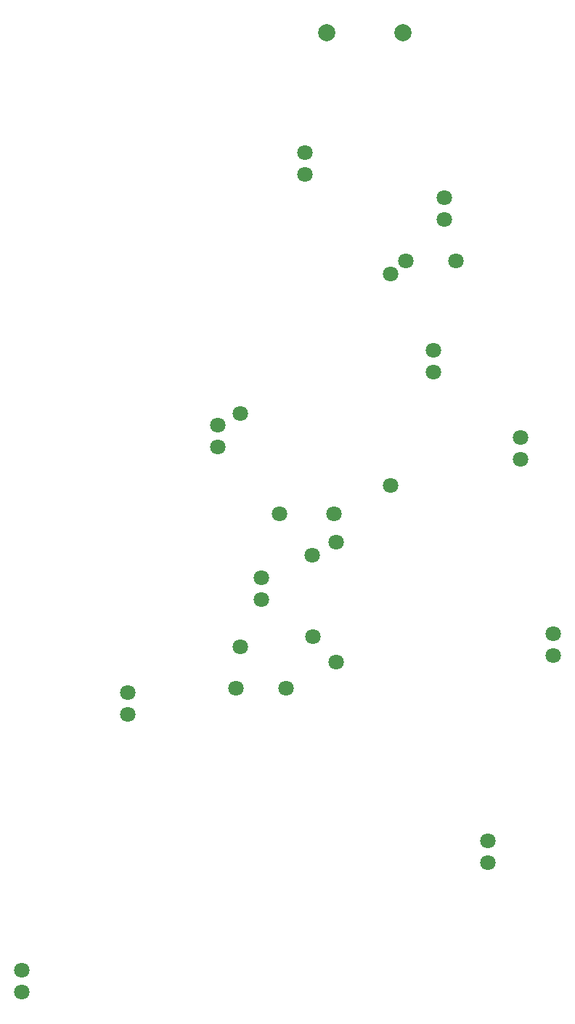
<source format=gbr>
G04 EAGLE Gerber RS-274X export*
G75*
%MOMM*%
%FSLAX34Y34*%
%LPD*%
%INSoldermask Top*%
%IPPOS*%
%AMOC8*
5,1,8,0,0,1.08239X$1,22.5*%
G01*
%ADD10C,2.003200*%
%ADD11C,1.803200*%


D10*
X470800Y1391500D03*
D11*
X150600Y622800D03*
X150600Y597400D03*
X254900Y934300D03*
X254900Y908900D03*
X646800Y665900D03*
X646800Y691300D03*
X305700Y756500D03*
X305700Y731100D03*
X608700Y894500D03*
X608700Y919900D03*
X519800Y1173900D03*
X519800Y1199300D03*
X356500Y1251800D03*
X356500Y1226400D03*
X570600Y424600D03*
X570600Y450000D03*
X26300Y299300D03*
X26300Y273900D03*
X507100Y996100D03*
X507100Y1021500D03*
D10*
X381900Y1391500D03*
D11*
X533400Y1125220D03*
X474980Y1125220D03*
X281940Y675640D03*
X281940Y947420D03*
X366130Y687970D03*
X365760Y782320D03*
X327660Y830580D03*
X391160Y830580D03*
X393700Y657860D03*
X276860Y627380D03*
X335280Y627380D03*
X393700Y797560D03*
X457200Y863600D03*
X457200Y1109980D03*
M02*

</source>
